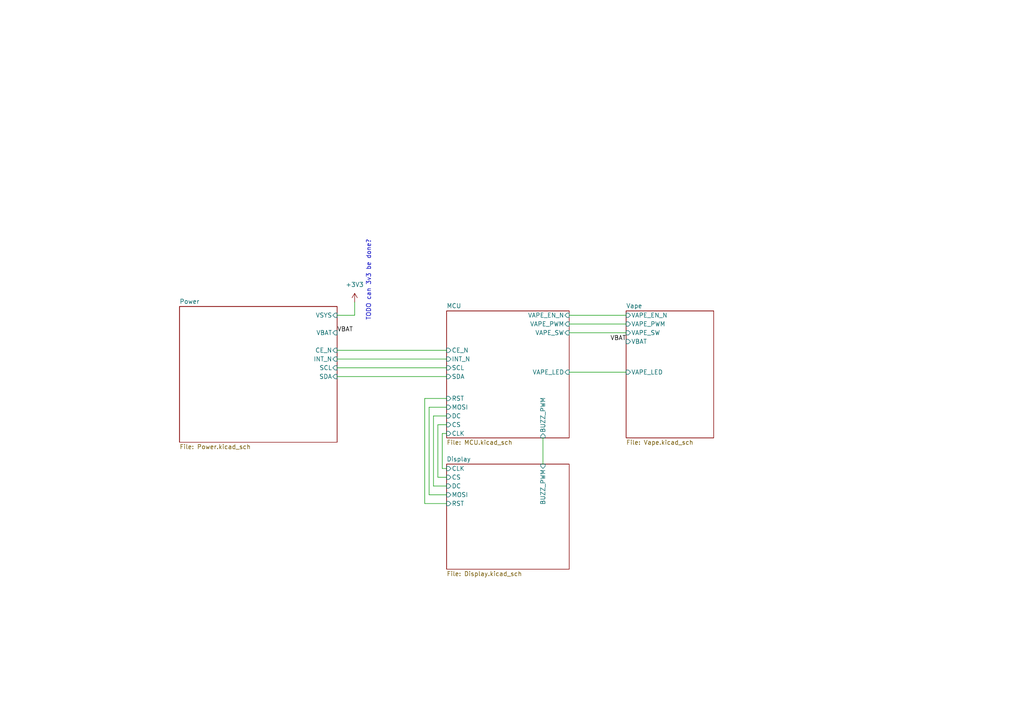
<source format=kicad_sch>
(kicad_sch
	(version 20250114)
	(generator "eeschema")
	(generator_version "9.0")
	(uuid "47ffaef6-4682-4a87-a393-bad1a10963be")
	(paper "A4")
	(lib_symbols
		(symbol "power:+3V3"
			(power)
			(pin_numbers
				(hide yes)
			)
			(pin_names
				(offset 0)
				(hide yes)
			)
			(exclude_from_sim no)
			(in_bom yes)
			(on_board yes)
			(property "Reference" "#PWR"
				(at 0 -3.81 0)
				(effects
					(font
						(size 1.27 1.27)
					)
					(hide yes)
				)
			)
			(property "Value" "+3V3"
				(at 0 3.556 0)
				(effects
					(font
						(size 1.27 1.27)
					)
				)
			)
			(property "Footprint" ""
				(at 0 0 0)
				(effects
					(font
						(size 1.27 1.27)
					)
					(hide yes)
				)
			)
			(property "Datasheet" ""
				(at 0 0 0)
				(effects
					(font
						(size 1.27 1.27)
					)
					(hide yes)
				)
			)
			(property "Description" "Power symbol creates a global label with name \"+3V3\""
				(at 0 0 0)
				(effects
					(font
						(size 1.27 1.27)
					)
					(hide yes)
				)
			)
			(property "ki_keywords" "global power"
				(at 0 0 0)
				(effects
					(font
						(size 1.27 1.27)
					)
					(hide yes)
				)
			)
			(symbol "+3V3_0_1"
				(polyline
					(pts
						(xy -0.762 1.27) (xy 0 2.54)
					)
					(stroke
						(width 0)
						(type default)
					)
					(fill
						(type none)
					)
				)
				(polyline
					(pts
						(xy 0 2.54) (xy 0.762 1.27)
					)
					(stroke
						(width 0)
						(type default)
					)
					(fill
						(type none)
					)
				)
				(polyline
					(pts
						(xy 0 0) (xy 0 2.54)
					)
					(stroke
						(width 0)
						(type default)
					)
					(fill
						(type none)
					)
				)
			)
			(symbol "+3V3_1_1"
				(pin power_in line
					(at 0 0 90)
					(length 0)
					(name "~"
						(effects
							(font
								(size 1.27 1.27)
							)
						)
					)
					(number "1"
						(effects
							(font
								(size 1.27 1.27)
							)
						)
					)
				)
			)
			(embedded_fonts no)
		)
	)
	(text "TODO can 3v3 be done?"
		(exclude_from_sim no)
		(at 106.934 81.28 90)
		(effects
			(font
				(size 1.27 1.27)
			)
		)
		(uuid "6be8244b-7d3a-4e70-92cb-baa95e4afba7")
	)
	(wire
		(pts
			(xy 127 123.19) (xy 127 138.43)
		)
		(stroke
			(width 0)
			(type default)
		)
		(uuid "0166c52e-3b6a-475b-aabd-2af7c6444789")
	)
	(wire
		(pts
			(xy 125.73 120.65) (xy 129.54 120.65)
		)
		(stroke
			(width 0)
			(type default)
		)
		(uuid "169e5e1f-611a-4713-8550-6ca4ffcdd035")
	)
	(wire
		(pts
			(xy 123.19 146.05) (xy 129.54 146.05)
		)
		(stroke
			(width 0)
			(type default)
		)
		(uuid "1d2d48da-f7df-475b-a0c0-fd80255d23b3")
	)
	(wire
		(pts
			(xy 97.79 106.68) (xy 129.54 106.68)
		)
		(stroke
			(width 0)
			(type default)
		)
		(uuid "261339b2-010a-4d6e-abd0-7efc4c8a77f8")
	)
	(wire
		(pts
			(xy 128.27 125.73) (xy 129.54 125.73)
		)
		(stroke
			(width 0)
			(type default)
		)
		(uuid "2a0195db-60ad-49f6-b05b-225ed1ba166a")
	)
	(wire
		(pts
			(xy 157.48 127) (xy 157.48 134.62)
		)
		(stroke
			(width 0)
			(type default)
		)
		(uuid "476de1be-e8ee-4740-a38b-5c599c79671f")
	)
	(wire
		(pts
			(xy 124.46 143.51) (xy 124.46 118.11)
		)
		(stroke
			(width 0)
			(type default)
		)
		(uuid "4931b640-c853-4ff7-ac4f-928de126c9d5")
	)
	(wire
		(pts
			(xy 129.54 143.51) (xy 124.46 143.51)
		)
		(stroke
			(width 0)
			(type default)
		)
		(uuid "4f7b8289-c801-4532-a1a9-01246ee01c4c")
	)
	(wire
		(pts
			(xy 125.73 140.97) (xy 125.73 120.65)
		)
		(stroke
			(width 0)
			(type default)
		)
		(uuid "5a6dfcd4-553d-4d9d-933f-78d6ca5f45de")
	)
	(wire
		(pts
			(xy 129.54 135.89) (xy 128.27 135.89)
		)
		(stroke
			(width 0)
			(type default)
		)
		(uuid "636084a5-c0a4-42a2-9a59-21fe89b3c7e2")
	)
	(wire
		(pts
			(xy 129.54 140.97) (xy 125.73 140.97)
		)
		(stroke
			(width 0)
			(type default)
		)
		(uuid "680780a2-c8c1-43a4-9c35-639f85cf2322")
	)
	(wire
		(pts
			(xy 97.79 101.6) (xy 129.54 101.6)
		)
		(stroke
			(width 0)
			(type default)
		)
		(uuid "68ce0037-aa4a-45db-a870-731c1158d6f7")
	)
	(wire
		(pts
			(xy 124.46 118.11) (xy 129.54 118.11)
		)
		(stroke
			(width 0)
			(type default)
		)
		(uuid "6a36d95a-e28d-4667-ab77-eee7a200a332")
	)
	(wire
		(pts
			(xy 165.1 93.98) (xy 181.61 93.98)
		)
		(stroke
			(width 0)
			(type default)
		)
		(uuid "6de9c8dc-656c-4dfc-a0e6-222acc781559")
	)
	(wire
		(pts
			(xy 129.54 115.57) (xy 123.19 115.57)
		)
		(stroke
			(width 0)
			(type default)
		)
		(uuid "6e7e005b-b22a-4cd7-9fd9-5ec4f0f8d108")
	)
	(wire
		(pts
			(xy 97.79 91.44) (xy 102.87 91.44)
		)
		(stroke
			(width 0)
			(type default)
		)
		(uuid "889977b8-1753-4bec-ae2e-28e0d8376dbe")
	)
	(wire
		(pts
			(xy 102.87 91.44) (xy 102.87 87.63)
		)
		(stroke
			(width 0)
			(type default)
		)
		(uuid "92457b58-ca14-4575-9115-a9eff57ffe70")
	)
	(wire
		(pts
			(xy 97.79 109.22) (xy 129.54 109.22)
		)
		(stroke
			(width 0)
			(type default)
		)
		(uuid "9d8fff71-5fd5-412a-a269-7f5a3772a625")
	)
	(wire
		(pts
			(xy 97.79 104.14) (xy 129.54 104.14)
		)
		(stroke
			(width 0)
			(type default)
		)
		(uuid "a751f309-ca26-4e95-bf75-5ff072e811e1")
	)
	(wire
		(pts
			(xy 127 138.43) (xy 129.54 138.43)
		)
		(stroke
			(width 0)
			(type default)
		)
		(uuid "a8a12394-a63d-4aec-8715-e63f2a83c0ab")
	)
	(wire
		(pts
			(xy 165.1 107.95) (xy 181.61 107.95)
		)
		(stroke
			(width 0)
			(type default)
		)
		(uuid "b76710f3-0397-44e8-a7fa-d8655f6f4efe")
	)
	(wire
		(pts
			(xy 128.27 135.89) (xy 128.27 125.73)
		)
		(stroke
			(width 0)
			(type default)
		)
		(uuid "d75fb95f-ac78-454e-8f5c-7cce5b2ceca1")
	)
	(wire
		(pts
			(xy 129.54 123.19) (xy 127 123.19)
		)
		(stroke
			(width 0)
			(type default)
		)
		(uuid "d984cef4-771f-4c87-ab47-e9c16f3056e7")
	)
	(wire
		(pts
			(xy 123.19 115.57) (xy 123.19 146.05)
		)
		(stroke
			(width 0)
			(type default)
		)
		(uuid "f109b769-7f73-44b2-95a4-3808e2587eef")
	)
	(wire
		(pts
			(xy 165.1 91.44) (xy 181.61 91.44)
		)
		(stroke
			(width 0)
			(type default)
		)
		(uuid "fb7c6ffe-3e93-411a-bc3d-544fb090d320")
	)
	(wire
		(pts
			(xy 165.1 96.52) (xy 181.61 96.52)
		)
		(stroke
			(width 0)
			(type default)
		)
		(uuid "fc4cec51-577e-469c-a54f-923ecc8ab26d")
	)
	(label "VBAT"
		(at 97.79 96.52 0)
		(effects
			(font
				(size 1.27 1.27)
			)
			(justify left bottom)
		)
		(uuid "218640bd-c2c5-43b0-818d-11a8d0794c1e")
	)
	(label "VBAT"
		(at 181.61 99.06 180)
		(effects
			(font
				(size 1.27 1.27)
			)
			(justify right bottom)
		)
		(uuid "45ba6689-d16d-4bec-9970-18348b4f51e5")
	)
	(symbol
		(lib_id "power:+3V3")
		(at 102.87 87.63 0)
		(unit 1)
		(exclude_from_sim no)
		(in_bom yes)
		(on_board yes)
		(dnp no)
		(fields_autoplaced yes)
		(uuid "2cf2ff5c-d1ea-45ad-b45c-6b83d6bb2681")
		(property "Reference" "#PWR09"
			(at 102.87 91.44 0)
			(effects
				(font
					(size 1.27 1.27)
				)
				(hide yes)
			)
		)
		(property "Value" "+3V3"
			(at 102.87 82.55 0)
			(effects
				(font
					(size 1.27 1.27)
				)
			)
		)
		(property "Footprint" ""
			(at 102.87 87.63 0)
			(effects
				(font
					(size 1.27 1.27)
				)
				(hide yes)
			)
		)
		(property "Datasheet" ""
			(at 102.87 87.63 0)
			(effects
				(font
					(size 1.27 1.27)
				)
				(hide yes)
			)
		)
		(property "Description" "Power symbol creates a global label with name \"+3V3\""
			(at 102.87 87.63 0)
			(effects
				(font
					(size 1.27 1.27)
				)
				(hide yes)
			)
		)
		(pin "1"
			(uuid "b0b490e1-d7e5-4ce1-a99d-d1d854edaec6")
		)
		(instances
			(project ""
				(path "/47ffaef6-4682-4a87-a393-bad1a10963be"
					(reference "#PWR09")
					(unit 1)
				)
			)
		)
	)
	(sheet
		(at 52.07 88.9)
		(size 45.72 39.37)
		(exclude_from_sim no)
		(in_bom yes)
		(on_board yes)
		(dnp no)
		(fields_autoplaced yes)
		(stroke
			(width 0.1524)
			(type solid)
		)
		(fill
			(color 0 0 0 0.0000)
		)
		(uuid "0f9f9e1b-dcd6-4194-955e-d48be8be13d1")
		(property "Sheetname" "Power"
			(at 52.07 88.1884 0)
			(effects
				(font
					(size 1.27 1.27)
				)
				(justify left bottom)
			)
		)
		(property "Sheetfile" "Power.kicad_sch"
			(at 52.07 128.8546 0)
			(effects
				(font
					(size 1.27 1.27)
				)
				(justify left top)
			)
		)
		(pin "CE_N" input
			(at 97.79 101.6 0)
			(uuid "49f51bcb-522e-4ef8-8f7f-935a728024f9")
			(effects
				(font
					(size 1.27 1.27)
				)
				(justify right)
			)
		)
		(pin "INT_N" input
			(at 97.79 104.14 0)
			(uuid "3dfe3cff-fbb1-411d-8987-9f5bf50946c9")
			(effects
				(font
					(size 1.27 1.27)
				)
				(justify right)
			)
		)
		(pin "SCL" input
			(at 97.79 106.68 0)
			(uuid "a332027c-900a-4a44-b7c7-1db4f7e0bc84")
			(effects
				(font
					(size 1.27 1.27)
				)
				(justify right)
			)
		)
		(pin "SDA" input
			(at 97.79 109.22 0)
			(uuid "5acbae46-0cdd-4631-9a9f-c6cccc3a1a29")
			(effects
				(font
					(size 1.27 1.27)
				)
				(justify right)
			)
		)
		(pin "VSYS" input
			(at 97.79 91.44 0)
			(uuid "2885cb02-6cbe-4071-8185-42ffbe31fa60")
			(effects
				(font
					(size 1.27 1.27)
				)
				(justify right)
			)
		)
		(pin "VBAT" input
			(at 97.79 96.52 0)
			(uuid "1b8a5156-b8c9-4b71-bee1-e5c82e68a4ca")
			(effects
				(font
					(size 1.27 1.27)
				)
				(justify right)
			)
		)
		(instances
			(project "tamagotchi"
				(path "/47ffaef6-4682-4a87-a393-bad1a10963be"
					(page "5")
				)
			)
		)
	)
	(sheet
		(at 129.54 134.62)
		(size 35.56 30.48)
		(exclude_from_sim no)
		(in_bom yes)
		(on_board yes)
		(dnp no)
		(fields_autoplaced yes)
		(stroke
			(width 0.1524)
			(type solid)
		)
		(fill
			(color 0 0 0 0.0000)
		)
		(uuid "5c3b0e4f-8c4a-467f-9d04-d27cab17098a")
		(property "Sheetname" "Display"
			(at 129.54 133.9084 0)
			(effects
				(font
					(size 1.27 1.27)
				)
				(justify left bottom)
			)
		)
		(property "Sheetfile" "Display.kicad_sch"
			(at 129.54 165.6846 0)
			(effects
				(font
					(size 1.27 1.27)
				)
				(justify left top)
			)
		)
		(pin "CLK" input
			(at 129.54 135.89 180)
			(uuid "0a44798c-fb80-4092-b3ce-13944da46081")
			(effects
				(font
					(size 1.27 1.27)
				)
				(justify left)
			)
		)
		(pin "CS" input
			(at 129.54 138.43 180)
			(uuid "aa5cf92d-1856-437c-be9a-cea143c814ca")
			(effects
				(font
					(size 1.27 1.27)
				)
				(justify left)
			)
		)
		(pin "DC" input
			(at 129.54 140.97 180)
			(uuid "286a9a70-d566-4edf-9d10-3e3747bfaf3b")
			(effects
				(font
					(size 1.27 1.27)
				)
				(justify left)
			)
		)
		(pin "MOSI" input
			(at 129.54 143.51 180)
			(uuid "11989e20-fd29-43ce-ab40-c56049481b69")
			(effects
				(font
					(size 1.27 1.27)
				)
				(justify left)
			)
		)
		(pin "RST" input
			(at 129.54 146.05 180)
			(uuid "9f03a0e8-8ab0-41a6-be18-f87dad98be1d")
			(effects
				(font
					(size 1.27 1.27)
				)
				(justify left)
			)
		)
		(pin "BUZZ_PWM" input
			(at 157.48 134.62 90)
			(uuid "08f16d79-c61a-42ef-829f-8aff5dd1a6ee")
			(effects
				(font
					(size 1.27 1.27)
				)
				(justify right)
			)
		)
		(instances
			(project "tamagotchi"
				(path "/47ffaef6-4682-4a87-a393-bad1a10963be"
					(page "3")
				)
			)
		)
	)
	(sheet
		(at 181.61 90.17)
		(size 25.4 36.83)
		(exclude_from_sim no)
		(in_bom yes)
		(on_board yes)
		(dnp no)
		(fields_autoplaced yes)
		(stroke
			(width 0.1524)
			(type solid)
		)
		(fill
			(color 0 0 0 0.0000)
		)
		(uuid "c5f463fe-c05b-4af3-8646-c22a17ba3c4f")
		(property "Sheetname" "Vape"
			(at 181.61 89.4584 0)
			(effects
				(font
					(size 1.27 1.27)
				)
				(justify left bottom)
			)
		)
		(property "Sheetfile" "Vape.kicad_sch"
			(at 181.61 127.5846 0)
			(effects
				(font
					(size 1.27 1.27)
				)
				(justify left top)
			)
		)
		(pin "VAPE_EN_N" input
			(at 181.61 91.44 180)
			(uuid "ff8128b4-d121-4b51-acab-3858aba36ee6")
			(effects
				(font
					(size 1.27 1.27)
				)
				(justify left)
			)
		)
		(pin "VAPE_PWM" input
			(at 181.61 93.98 180)
			(uuid "0f76b30d-437f-49ff-987b-06a0a6315a14")
			(effects
				(font
					(size 1.27 1.27)
				)
				(justify left)
			)
		)
		(pin "VAPE_SW" input
			(at 181.61 96.52 180)
			(uuid "3526aae3-26cb-4e25-a6ce-f4aa6a960f3f")
			(effects
				(font
					(size 1.27 1.27)
				)
				(justify left)
			)
		)
		(pin "VBAT" input
			(at 181.61 99.06 180)
			(uuid "1887bbb2-679d-477b-8cd8-1928502191f4")
			(effects
				(font
					(size 1.27 1.27)
				)
				(justify left)
			)
		)
		(pin "VAPE_LED" input
			(at 181.61 107.95 180)
			(uuid "1ed76949-c7a5-4a1c-b44f-c190d80fc406")
			(effects
				(font
					(size 1.27 1.27)
				)
				(justify left)
			)
		)
		(instances
			(project "tamagotchi"
				(path "/47ffaef6-4682-4a87-a393-bad1a10963be"
					(page "4")
				)
			)
		)
	)
	(sheet
		(at 129.54 90.17)
		(size 35.56 36.83)
		(exclude_from_sim no)
		(in_bom yes)
		(on_board yes)
		(dnp no)
		(fields_autoplaced yes)
		(stroke
			(width 0.1524)
			(type solid)
		)
		(fill
			(color 0 0 0 0.0000)
		)
		(uuid "fa26fbad-3e33-4076-a2d8-ec61140b6dfd")
		(property "Sheetname" "MCU"
			(at 129.54 89.4584 0)
			(effects
				(font
					(size 1.27 1.27)
				)
				(justify left bottom)
			)
		)
		(property "Sheetfile" "MCU.kicad_sch"
			(at 129.54 127.5846 0)
			(effects
				(font
					(size 1.27 1.27)
				)
				(justify left top)
			)
		)
		(pin "CE_N" input
			(at 129.54 101.6 180)
			(uuid "eadd4f6c-fe80-4ec5-ba5c-484041dec374")
			(effects
				(font
					(size 1.27 1.27)
				)
				(justify left)
			)
		)
		(pin "INT_N" input
			(at 129.54 104.14 180)
			(uuid "8ac2a5ac-ffca-4bde-804f-146104f6c145")
			(effects
				(font
					(size 1.27 1.27)
				)
				(justify left)
			)
		)
		(pin "SCL" input
			(at 129.54 106.68 180)
			(uuid "83b745e2-ee0c-4842-8657-61c55d539a99")
			(effects
				(font
					(size 1.27 1.27)
				)
				(justify left)
			)
		)
		(pin "SDA" input
			(at 129.54 109.22 180)
			(uuid "03150ba4-3ae8-4f4e-99e6-3a9b138944be")
			(effects
				(font
					(size 1.27 1.27)
				)
				(justify left)
			)
		)
		(pin "VAPE_EN_N" input
			(at 165.1 91.44 0)
			(uuid "af07691f-8a7d-420f-8ca9-73adb2190447")
			(effects
				(font
					(size 1.27 1.27)
				)
				(justify right)
			)
		)
		(pin "VAPE_PWM" input
			(at 165.1 93.98 0)
			(uuid "b9923280-992c-4039-ae20-77b5a1de090b")
			(effects
				(font
					(size 1.27 1.27)
				)
				(justify right)
			)
		)
		(pin "VAPE_SW" input
			(at 165.1 96.52 0)
			(uuid "e246fb96-a796-4f8e-8ddf-ef373bbaf544")
			(effects
				(font
					(size 1.27 1.27)
				)
				(justify right)
			)
		)
		(pin "CLK" input
			(at 129.54 125.73 180)
			(uuid "bb5cbf83-7522-46a7-8140-634412e88044")
			(effects
				(font
					(size 1.27 1.27)
				)
				(justify left)
			)
		)
		(pin "CS" input
			(at 129.54 123.19 180)
			(uuid "a4b6265e-4682-4675-9537-6cad4e9db4b5")
			(effects
				(font
					(size 1.27 1.27)
				)
				(justify left)
			)
		)
		(pin "DC" input
			(at 129.54 120.65 180)
			(uuid "fec7640f-1db9-404d-8dbb-e383796cc348")
			(effects
				(font
					(size 1.27 1.27)
				)
				(justify left)
			)
		)
		(pin "MOSI" input
			(at 129.54 118.11 180)
			(uuid "5856a2ad-d9b9-4883-9e42-b15e4bee0920")
			(effects
				(font
					(size 1.27 1.27)
				)
				(justify left)
			)
		)
		(pin "RST" input
			(at 129.54 115.57 180)
			(uuid "12161011-1582-4576-a050-82c3feb1b3cc")
			(effects
				(font
					(size 1.27 1.27)
				)
				(justify left)
			)
		)
		(pin "VAPE_LED" input
			(at 165.1 107.95 0)
			(uuid "d64fb7c3-e6fa-442c-9104-17f849232ffe")
			(effects
				(font
					(size 1.27 1.27)
				)
				(justify right)
			)
		)
		(pin "BUZZ_PWM" input
			(at 157.48 127 270)
			(uuid "24dd8a48-4012-4435-9508-9c20dbf9f49e")
			(effects
				(font
					(size 1.27 1.27)
				)
				(justify left)
			)
		)
		(instances
			(project "tamagotchi"
				(path "/47ffaef6-4682-4a87-a393-bad1a10963be"
					(page "2")
				)
			)
		)
	)
	(sheet_instances
		(path "/"
			(page "1")
		)
	)
	(embedded_fonts no)
)

</source>
